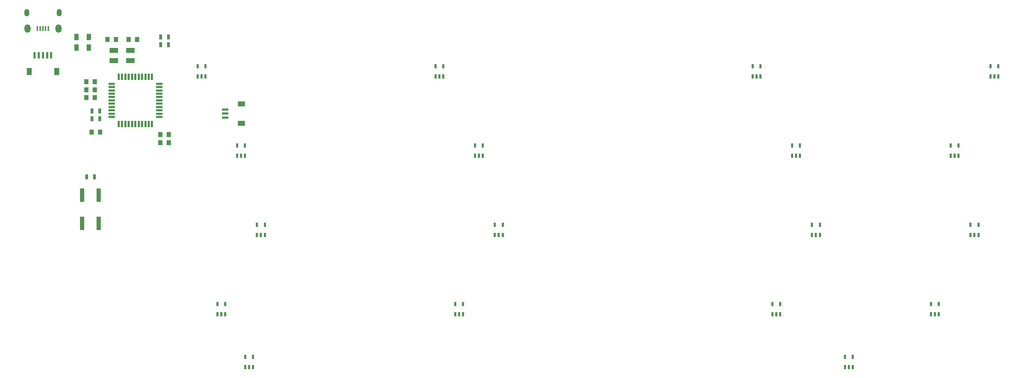
<source format=gbp>
G04 #@! TF.FileFunction,Paste,Bot*
%FSLAX46Y46*%
G04 Gerber Fmt 4.6, Leading zero omitted, Abs format (unit mm)*
G04 Created by KiCad (PCBNEW 4.0.6) date Tuesday, July 11, 2017 'PMt' 09:42:09 PM*
%MOMM*%
%LPD*%
G01*
G04 APERTURE LIST*
%ADD10C,0.150000*%
%ADD11O,1.150000X1.800000*%
%ADD12R,0.425000X1.300000*%
%ADD13O,1.450000X2.000000*%
%ADD14R,1.000000X1.250000*%
%ADD15R,1.000000X1.600000*%
%ADD16R,0.600000X1.000000*%
%ADD17R,0.700000X1.300000*%
%ADD18R,1.000000X3.200000*%
%ADD19R,1.500000X0.550000*%
%ADD20R,0.550000X1.500000*%
%ADD21R,2.000000X1.300000*%
%ADD22R,0.600000X1.550000*%
%ADD23R,1.200000X1.800000*%
%ADD24R,1.550000X0.600000*%
%ADD25R,1.800000X1.200000*%
G04 APERTURE END LIST*
D10*
D11*
X51500000Y-30375000D03*
X43750000Y-30375000D03*
D12*
X46325000Y-34175000D03*
X46975000Y-34175000D03*
X47625000Y-34175000D03*
X48275000Y-34175000D03*
X48925000Y-34175000D03*
D13*
X51350000Y-34175000D03*
X43900000Y-34175000D03*
D14*
X70215000Y-36830000D03*
X68215000Y-36830000D03*
X63135000Y-36830000D03*
X65135000Y-36830000D03*
X60055000Y-50800000D03*
X58055000Y-50800000D03*
X61325000Y-59055000D03*
X59325000Y-59055000D03*
D15*
X58650000Y-38735000D03*
X55650000Y-38735000D03*
D14*
X58055000Y-46990000D03*
X60055000Y-46990000D03*
X77835000Y-61595000D03*
X75835000Y-61595000D03*
X60055000Y-48895000D03*
X58055000Y-48895000D03*
X75835000Y-59690000D03*
X77835000Y-59690000D03*
D16*
X86675000Y-43250000D03*
X86675000Y-45650000D03*
X85725000Y-45650000D03*
X84775000Y-43250000D03*
X84775000Y-45650000D03*
X143825000Y-43250000D03*
X143825000Y-45650000D03*
X142875000Y-45650000D03*
X141925000Y-43250000D03*
X141925000Y-45650000D03*
X220025000Y-43250000D03*
X220025000Y-45650000D03*
X219075000Y-45650000D03*
X218125000Y-43250000D03*
X218125000Y-45650000D03*
X277175000Y-43250000D03*
X277175000Y-45650000D03*
X276225000Y-45650000D03*
X275275000Y-43250000D03*
X275275000Y-45650000D03*
X96200000Y-62300000D03*
X96200000Y-64700000D03*
X95250000Y-64700000D03*
X94300000Y-62300000D03*
X94300000Y-64700000D03*
X153350000Y-62300000D03*
X153350000Y-64700000D03*
X152400000Y-64700000D03*
X151450000Y-62300000D03*
X151450000Y-64700000D03*
X229550000Y-62300000D03*
X229550000Y-64700000D03*
X228600000Y-64700000D03*
X227650000Y-62300000D03*
X227650000Y-64700000D03*
X267650000Y-62300000D03*
X267650000Y-64700000D03*
X266700000Y-64700000D03*
X265750000Y-62300000D03*
X265750000Y-64700000D03*
X100962500Y-81350000D03*
X100962500Y-83750000D03*
X100012500Y-83750000D03*
X99062500Y-81350000D03*
X99062500Y-83750000D03*
X158112500Y-81350000D03*
X158112500Y-83750000D03*
X157162500Y-83750000D03*
X156212500Y-81350000D03*
X156212500Y-83750000D03*
X234312500Y-81350000D03*
X234312500Y-83750000D03*
X233362500Y-83750000D03*
X232412500Y-81350000D03*
X232412500Y-83750000D03*
X272412500Y-81350000D03*
X272412500Y-83750000D03*
X271462500Y-83750000D03*
X270512500Y-81350000D03*
X270512500Y-83750000D03*
X91437500Y-100400000D03*
X91437500Y-102800000D03*
X90487500Y-102800000D03*
X89537500Y-100400000D03*
X89537500Y-102800000D03*
X148587500Y-100400000D03*
X148587500Y-102800000D03*
X147637500Y-102800000D03*
X146687500Y-100400000D03*
X146687500Y-102800000D03*
X224787500Y-100400000D03*
X224787500Y-102800000D03*
X223837500Y-102800000D03*
X222887500Y-100400000D03*
X222887500Y-102800000D03*
X262887500Y-100400000D03*
X262887500Y-102800000D03*
X261937500Y-102800000D03*
X260987500Y-100400000D03*
X260987500Y-102800000D03*
X98105000Y-113100000D03*
X98105000Y-115500000D03*
X97155000Y-115500000D03*
X96205000Y-113100000D03*
X96205000Y-115500000D03*
D15*
X55650000Y-36195000D03*
X58650000Y-36195000D03*
D17*
X58105000Y-69850000D03*
X60005000Y-69850000D03*
X77785000Y-36195000D03*
X75885000Y-36195000D03*
X77785000Y-38100000D03*
X75885000Y-38100000D03*
X61275000Y-55880000D03*
X59375000Y-55880000D03*
X61275000Y-53975000D03*
X59375000Y-53975000D03*
D18*
X61023300Y-74197000D03*
X61023300Y-80997000D03*
X57023300Y-80997000D03*
X57023300Y-74197000D03*
D19*
X64150000Y-55435000D03*
X64150000Y-54635000D03*
X64150000Y-53835000D03*
X64150000Y-53035000D03*
X64150000Y-52235000D03*
X64150000Y-51435000D03*
X64150000Y-50635000D03*
X64150000Y-49835000D03*
X64150000Y-49035000D03*
X64150000Y-48235000D03*
X64150000Y-47435000D03*
D20*
X65850000Y-45735000D03*
X66650000Y-45735000D03*
X67450000Y-45735000D03*
X68250000Y-45735000D03*
X69050000Y-45735000D03*
X69850000Y-45735000D03*
X70650000Y-45735000D03*
X71450000Y-45735000D03*
X72250000Y-45735000D03*
X73050000Y-45735000D03*
X73850000Y-45735000D03*
D19*
X75550000Y-47435000D03*
X75550000Y-48235000D03*
X75550000Y-49035000D03*
X75550000Y-49835000D03*
X75550000Y-50635000D03*
X75550000Y-51435000D03*
X75550000Y-52235000D03*
X75550000Y-53035000D03*
X75550000Y-53835000D03*
X75550000Y-54635000D03*
X75550000Y-55435000D03*
D20*
X73850000Y-57135000D03*
X73050000Y-57135000D03*
X72250000Y-57135000D03*
X71450000Y-57135000D03*
X70650000Y-57135000D03*
X69850000Y-57135000D03*
X69050000Y-57135000D03*
X68250000Y-57135000D03*
X67450000Y-57135000D03*
X66650000Y-57135000D03*
X65850000Y-57135000D03*
D21*
X68675000Y-41840000D03*
X64675000Y-41840000D03*
X64675000Y-39440000D03*
X68675000Y-39440000D03*
D16*
X242250000Y-113100000D03*
X242250000Y-115500000D03*
X241300000Y-115500000D03*
X240350000Y-113100000D03*
X240350000Y-115500000D03*
D22*
X49625000Y-40607500D03*
X48625000Y-40607500D03*
X47625000Y-40607500D03*
X46625000Y-40607500D03*
X45625000Y-40607500D03*
D23*
X50925000Y-44482500D03*
X44325000Y-44482500D03*
D24*
X91407500Y-53610000D03*
X91407500Y-54610000D03*
X91407500Y-55610000D03*
D25*
X95282500Y-52310000D03*
X95282500Y-56910000D03*
M02*

</source>
